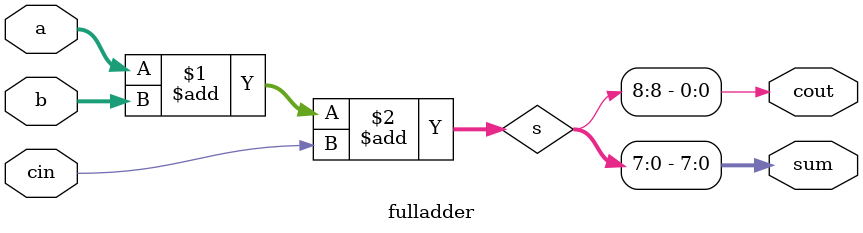
<source format=sv>
/* 
 * This file is part of the Processor Architecture (PA) course project
 * Copyright (c) 2018 Fabio Banchelli.
 * 
 * This program is free software: you can redistribute it and/or modify  
 * it under the terms of the GNU General Public License as published by  
 * the Free Software Foundation, version 3.
 *
 * This program is distributed in the hope that it will be useful, but 
 * WITHOUT ANY WARRANTY; without even the implied warranty of 
 * MERCHANTABILITY or FITNESS FOR A PARTICULAR PURPOSE. See the GNU 
 * General Public License for more details.
 *
 * You should have received a copy of the GNU General Public License 
 * along with this program. If not, see <http://www.gnu.org/licenses/>.
*/

module fulladder(a, b, sum, cin, cout);
parameter LENGTH = 8;

input wire [LENGTH-1:0] a;
input wire [LENGTH-1:0] b;

output wire [LENGTH-1:0] sum;

input  wire cin;
output wire cout;

wire [LENGTH:0] s;

assign    s = a + b + cin;
assign  sum = s[LENGTH-1:0];
assign cout = s[LENGTH];

endmodule

</source>
